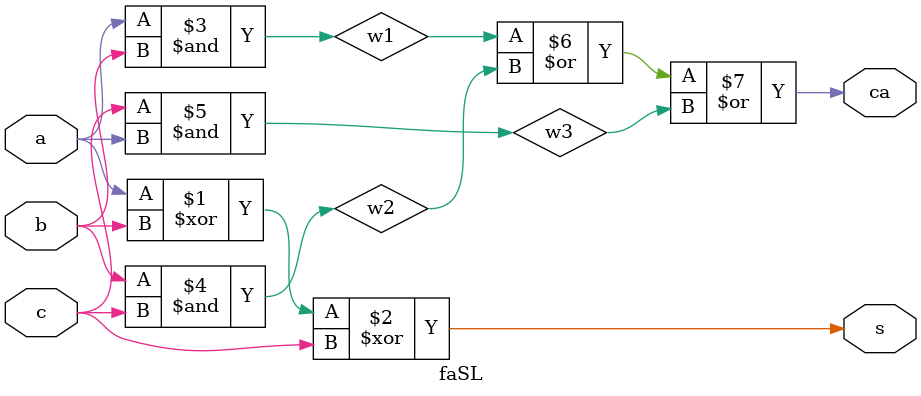
<source format=v>
module faSL(s, ca, a, b, c);
output s, ca;
input a,b, c;
wire w1, w2, w3;
xor (s, a, b, c);
and (w1, a, b);
and (w2, b, c);
and (w3, c, a);
or (ca, w1, w2, w3);
endmodule

</source>
